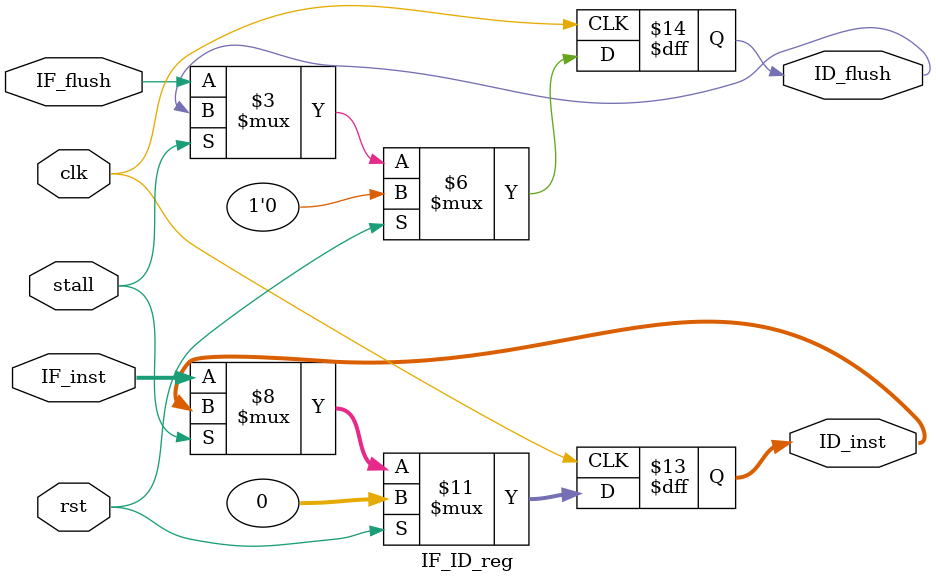
<source format=v>
module IF_ID_reg(input [31:0]IF_inst,
				input IF_flush,
				output reg [31:0]ID_inst,
				output reg ID_flush,
				input clk,
				input rst,
				input stall);
	
	always @(posedge clk)
	begin
		if(rst)
		begin
			ID_inst <= 0;
			ID_flush <= 0;
		end
		else if(!stall)
		begin
			ID_inst <= IF_inst;
			ID_flush <= IF_flush;
		end
	end
	
endmodule

</source>
